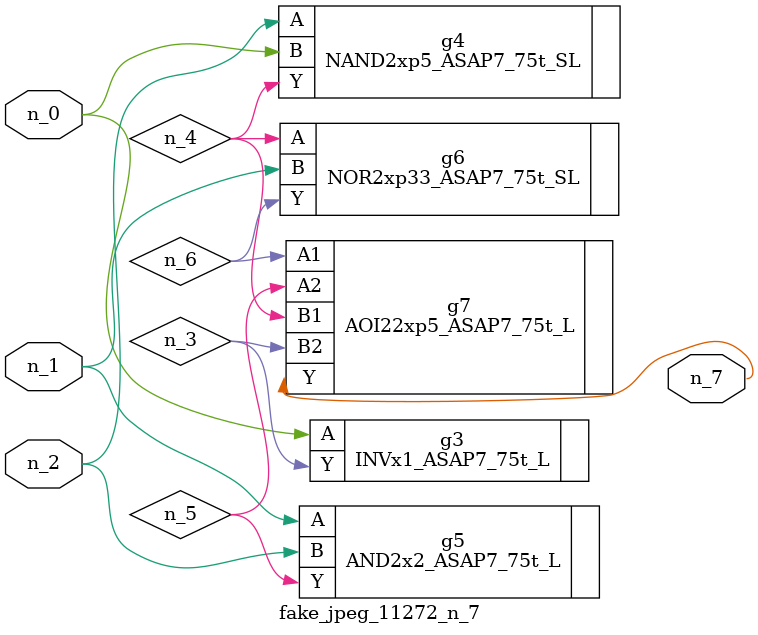
<source format=v>
module fake_jpeg_11272_n_7 (n_0, n_2, n_1, n_7);

input n_0;
input n_2;
input n_1;

output n_7;

wire n_3;
wire n_4;
wire n_6;
wire n_5;

INVx1_ASAP7_75t_L g3 ( 
.A(n_0),
.Y(n_3)
);

NAND2xp5_ASAP7_75t_SL g4 ( 
.A(n_2),
.B(n_0),
.Y(n_4)
);

AND2x2_ASAP7_75t_L g5 ( 
.A(n_1),
.B(n_2),
.Y(n_5)
);

NOR2xp33_ASAP7_75t_SL g6 ( 
.A(n_4),
.B(n_1),
.Y(n_6)
);

AOI22xp5_ASAP7_75t_L g7 ( 
.A1(n_6),
.A2(n_5),
.B1(n_4),
.B2(n_3),
.Y(n_7)
);


endmodule
</source>
